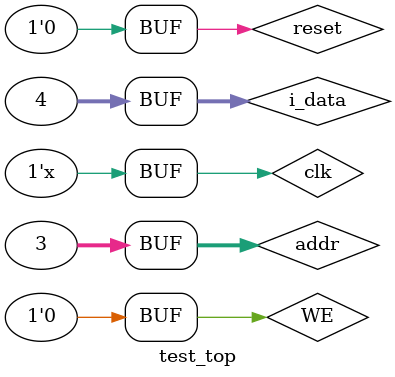
<source format=v>
`timescale 1ns/100ps

module test_top();

localparam N = 32;
localparam RF_Addr_BITNES = 32;
reg clk = 0;
reg reset = 0;

always begin #5; clk <= ~clk; end
initial begin
reset <= 1'b0;
#20;
reset <= 1'b1;
#40;
reset <= 1'b0;
end



wire [N-1:0] o_data;
reg [N-1:0] i_data;
reg [RF_Addr_BITNES-1:0] addr;
reg WE;

top #(
	.N(N),
	.RF_Addr_BITNES(RF_Addr_BITNES)
)DUT(
	.i_clk(clk),
	.i_reset(reset),
	
	.i_addr(addr),
	.i_data(i_data),
	.o_data(o_data),
	.i_RF_WE(WE)
);

initial begin
	#100;
	
	addr <= 3'b000;
	i_data <= 16'd16;
	WE <= 1'b1;
	#10;
	WE <= 1'b0;
	
	addr <= 3'b001;
	i_data <= 16'd4;
	WE <= 1'b1;
	#10;
	WE <= 1'b0;
	
	addr <= 3'b010;
	i_data <= 16'd4;
	WE <= 1'b1;
	#10;
	WE <= 1'b0;
	
	addr <= 3'b011;
	i_data <= 16'd4;
	WE <= 1'b1;
	#10;
	WE <= 1'b0;
end



endmodule
</source>
